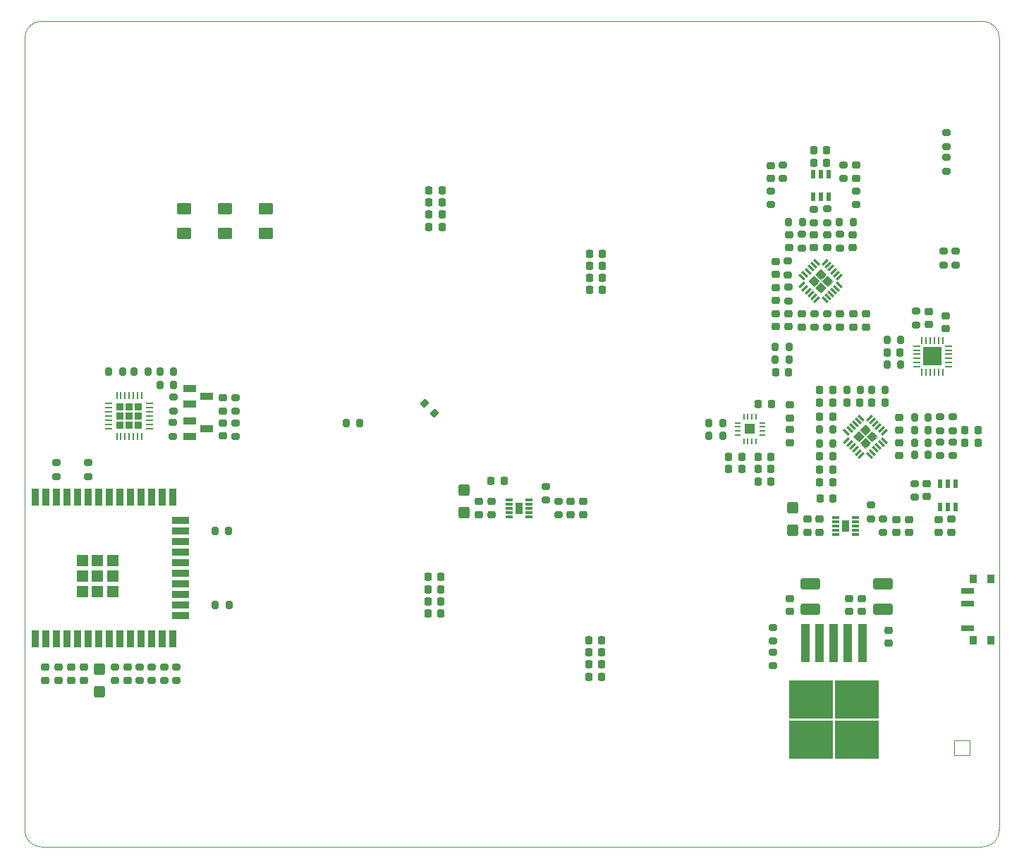
<source format=gbr>
%TF.GenerationSoftware,KiCad,Pcbnew,(6.0.10)*%
%TF.CreationDate,2023-12-11T16:59:24-05:00*%
%TF.ProjectId,Ultrasonic Sound Steering - Control Rev. A,556c7472-6173-46f6-9e69-6320536f756e,rev?*%
%TF.SameCoordinates,Original*%
%TF.FileFunction,Paste,Top*%
%TF.FilePolarity,Positive*%
%FSLAX46Y46*%
G04 Gerber Fmt 4.6, Leading zero omitted, Abs format (unit mm)*
G04 Created by KiCad (PCBNEW (6.0.10)) date 2023-12-11 16:59:24*
%MOMM*%
%LPD*%
G01*
G04 APERTURE LIST*
G04 Aperture macros list*
%AMRoundRect*
0 Rectangle with rounded corners*
0 $1 Rounding radius*
0 $2 $3 $4 $5 $6 $7 $8 $9 X,Y pos of 4 corners*
0 Add a 4 corners polygon primitive as box body*
4,1,4,$2,$3,$4,$5,$6,$7,$8,$9,$2,$3,0*
0 Add four circle primitives for the rounded corners*
1,1,$1+$1,$2,$3*
1,1,$1+$1,$4,$5*
1,1,$1+$1,$6,$7*
1,1,$1+$1,$8,$9*
0 Add four rect primitives between the rounded corners*
20,1,$1+$1,$2,$3,$4,$5,0*
20,1,$1+$1,$4,$5,$6,$7,0*
20,1,$1+$1,$6,$7,$8,$9,0*
20,1,$1+$1,$8,$9,$2,$3,0*%
G04 Aperture macros list end*
%TA.AperFunction,Profile*%
%ADD10C,0.100000*%
%TD*%
%ADD11C,0.010000*%
%TA.AperFunction,Profile*%
%ADD12C,0.010000*%
%TD*%
%ADD13RoundRect,0.225000X0.225000X0.250000X-0.225000X0.250000X-0.225000X-0.250000X0.225000X-0.250000X0*%
%ADD14RoundRect,0.225000X0.250000X-0.225000X0.250000X0.225000X-0.250000X0.225000X-0.250000X-0.225000X0*%
%ADD15RoundRect,0.225000X-0.225000X-0.250000X0.225000X-0.250000X0.225000X0.250000X-0.225000X0.250000X0*%
%ADD16RoundRect,0.200000X-0.275000X0.200000X-0.275000X-0.200000X0.275000X-0.200000X0.275000X0.200000X0*%
%ADD17RoundRect,0.200000X0.275000X-0.200000X0.275000X0.200000X-0.275000X0.200000X-0.275000X-0.200000X0*%
%ADD18RoundRect,0.008100X0.411900X0.126900X-0.411900X0.126900X-0.411900X-0.126900X0.411900X-0.126900X0*%
%ADD19RoundRect,0.225000X-0.250000X0.225000X-0.250000X-0.225000X0.250000X-0.225000X0.250000X0.225000X0*%
%ADD20RoundRect,0.200000X0.200000X0.275000X-0.200000X0.275000X-0.200000X-0.275000X0.200000X-0.275000X0*%
%ADD21RoundRect,0.250001X-0.624999X0.462499X-0.624999X-0.462499X0.624999X-0.462499X0.624999X0.462499X0*%
%ADD22RoundRect,0.250000X0.425000X-0.450000X0.425000X0.450000X-0.425000X0.450000X-0.425000X-0.450000X0*%
%ADD23RoundRect,0.200000X-0.200000X-0.275000X0.200000X-0.275000X0.200000X0.275000X-0.200000X0.275000X0*%
%ADD24RoundRect,0.225000X0.225000X0.225000X-0.225000X0.225000X-0.225000X-0.225000X0.225000X-0.225000X0*%
%ADD25RoundRect,0.062500X0.337500X0.062500X-0.337500X0.062500X-0.337500X-0.062500X0.337500X-0.062500X0*%
%ADD26RoundRect,0.062500X0.062500X0.337500X-0.062500X0.337500X-0.062500X-0.337500X0.062500X-0.337500X0*%
%ADD27R,1.498600X0.711200*%
%ADD28R,0.812800X0.990600*%
%ADD29RoundRect,0.002600X0.212132X0.392303X-0.392303X-0.212132X-0.212132X-0.392303X0.392303X0.212132X0*%
%ADD30RoundRect,0.002600X-0.392303X0.212132X0.212132X-0.392303X0.392303X-0.212132X-0.212132X0.392303X0*%
%ADD31RoundRect,0.002600X-0.212132X-0.392303X0.392303X0.212132X0.212132X0.392303X-0.392303X-0.212132X0*%
%ADD32RoundRect,0.002600X0.392303X-0.212132X-0.212132X0.392303X-0.392303X0.212132X0.212132X-0.392303X0*%
%ADD33RoundRect,0.250000X0.925000X-0.412500X0.925000X0.412500X-0.925000X0.412500X-0.925000X-0.412500X0*%
%ADD34R,0.900000X2.000000*%
%ADD35R,2.000000X0.900000*%
%ADD36R,1.330000X1.330000*%
%ADD37R,1.600200X0.863600*%
%ADD38R,0.254000X0.812800*%
%ADD39R,0.812800X0.254000*%
%ADD40R,2.260600X2.260600*%
%ADD41RoundRect,0.200000X0.335876X0.053033X0.053033X0.335876X-0.335876X-0.053033X-0.053033X-0.335876X0*%
%ADD42R,5.250000X4.550000*%
%ADD43R,1.100000X4.600000*%
%ADD44R,0.558800X0.977900*%
%ADD45R,0.254000X0.762000*%
%ADD46R,0.762000X0.254000*%
%ADD47R,1.193800X1.193800*%
%ADD48R,0.599999X1.000000*%
%ADD49RoundRect,0.250000X-0.425000X0.450000X-0.425000X-0.450000X0.425000X-0.450000X0.425000X0.450000X0*%
G04 APERTURE END LIST*
D10*
X159706350Y-26997214D02*
X272697922Y-26997214D01*
X157702100Y-124143000D02*
G75*
G03*
X159702136Y-126143000I2000100J100D01*
G01*
X274697886Y-28997214D02*
G75*
G03*
X272697922Y-26997214I-1999886J114D01*
G01*
X274697922Y-28997214D02*
X274697922Y-124138787D01*
X157702136Y-124143000D02*
X157706350Y-28997214D01*
X272697922Y-126138787D02*
X159702136Y-126143000D01*
X159706350Y-26997150D02*
G75*
G03*
X157706350Y-28997214I50J-2000050D01*
G01*
X272697922Y-126138722D02*
G75*
G03*
X274697922Y-124138787I78J1999922D01*
G01*
%TO.C,U7*%
G36*
X256594000Y-88222500D02*
G01*
X255836000Y-88222500D01*
X255836000Y-86957500D01*
X256594000Y-86957500D01*
X256594000Y-88222500D01*
G37*
D11*
X256594000Y-88222500D02*
X255836000Y-88222500D01*
X255836000Y-86957500D01*
X256594000Y-86957500D01*
X256594000Y-88222500D01*
%TO.C,U8*%
G36*
X217409000Y-86112500D02*
G01*
X216651000Y-86112500D01*
X216651000Y-84847500D01*
X217409000Y-84847500D01*
X217409000Y-86112500D01*
G37*
X217409000Y-86112500D02*
X216651000Y-86112500D01*
X216651000Y-84847500D01*
X217409000Y-84847500D01*
X217409000Y-86112500D01*
%TO.C,U3*%
G36*
X258448075Y-76868216D02*
G01*
X257825905Y-77490386D01*
X257202944Y-76867425D01*
X257825114Y-76245255D01*
X258448075Y-76868216D01*
G37*
X258448075Y-76868216D02*
X257825905Y-77490386D01*
X257202944Y-76867425D01*
X257825114Y-76245255D01*
X258448075Y-76868216D01*
G36*
X260033139Y-76867071D02*
G01*
X259409825Y-77490386D01*
X258787698Y-76868259D01*
X259411013Y-76244945D01*
X260033139Y-76867071D01*
G37*
X260033139Y-76867071D02*
X259409825Y-77490386D01*
X258787698Y-76868259D01*
X259411013Y-76244945D01*
X260033139Y-76867071D01*
G36*
X259240246Y-76076045D02*
G01*
X258617865Y-76698426D01*
X257995484Y-76076045D01*
X258617865Y-75453664D01*
X259240246Y-76076045D01*
G37*
X259240246Y-76076045D02*
X258617865Y-76698426D01*
X257995484Y-76076045D01*
X258617865Y-75453664D01*
X259240246Y-76076045D01*
G36*
X259240019Y-77660192D02*
G01*
X258617865Y-78282346D01*
X257995711Y-77660192D01*
X258617865Y-77038038D01*
X259240019Y-77660192D01*
G37*
X259240019Y-77660192D02*
X258617865Y-78282346D01*
X257995711Y-77660192D01*
X258617865Y-77038038D01*
X259240019Y-77660192D01*
%TO.C,U4*%
G36*
X253882254Y-58991960D02*
G01*
X253259293Y-59614921D01*
X252637123Y-58992751D01*
X253260084Y-58369790D01*
X253882254Y-58991960D01*
G37*
X253882254Y-58991960D02*
X253259293Y-59614921D01*
X252637123Y-58992751D01*
X253260084Y-58369790D01*
X253882254Y-58991960D01*
G36*
X253882254Y-57408040D02*
G01*
X253260127Y-58030167D01*
X252636813Y-57406852D01*
X253258939Y-56784726D01*
X253882254Y-57408040D01*
G37*
X253882254Y-57408040D02*
X253260127Y-58030167D01*
X252636813Y-57406852D01*
X253258939Y-56784726D01*
X253882254Y-57408040D01*
G36*
X254674214Y-58200000D02*
G01*
X254052060Y-58822154D01*
X253429906Y-58200000D01*
X254052060Y-57577846D01*
X254674214Y-58200000D01*
G37*
X254674214Y-58200000D02*
X254052060Y-58822154D01*
X253429906Y-58200000D01*
X254052060Y-57577846D01*
X254674214Y-58200000D01*
G36*
X253090294Y-58200000D02*
G01*
X252467913Y-58822381D01*
X251845532Y-58200000D01*
X252467913Y-57577619D01*
X253090294Y-58200000D01*
G37*
X253090294Y-58200000D02*
X252467913Y-58822381D01*
X251845532Y-58200000D01*
X252467913Y-57577619D01*
X253090294Y-58200000D01*
D12*
%TO.C,P13*%
X271110000Y-113350000D02*
X269310000Y-113350000D01*
X269310000Y-115150000D02*
X271110000Y-115150000D01*
X269310000Y-113350000D02*
X269310000Y-115150000D01*
X271110000Y-115150000D02*
X271110000Y-113350000D01*
%TD*%
D13*
%TO.C,C59*%
X247250000Y-82275000D03*
X245700000Y-82275000D03*
%TD*%
D14*
%TO.C,C105*%
X161712500Y-106130000D03*
X161712500Y-104580000D03*
%TD*%
D15*
%TO.C,C9*%
X252435000Y-43980000D03*
X253985000Y-43980000D03*
%TD*%
D16*
%TO.C,R1*%
X269470000Y-54623500D03*
X269470000Y-56273500D03*
%TD*%
D15*
%TO.C,C2*%
X261244466Y-66795000D03*
X262794466Y-66795000D03*
%TD*%
D16*
%TO.C,R26*%
X255560000Y-52575000D03*
X255560000Y-54225000D03*
%TD*%
D13*
%TO.C,C14*%
X272137200Y-76104466D03*
X270587200Y-76104466D03*
%TD*%
D17*
%TO.C,R7*%
X248715000Y-45905000D03*
X248715000Y-44255000D03*
%TD*%
D16*
%TO.C,R25*%
X250960000Y-52600000D03*
X250960000Y-54250000D03*
%TD*%
D18*
%TO.C,U7*%
X257410000Y-88590000D03*
X257410000Y-88090000D03*
X257410000Y-87590000D03*
X257410000Y-87090000D03*
X257410000Y-86590000D03*
X255020000Y-86590000D03*
X255020000Y-87090000D03*
X255020000Y-87590000D03*
X255020000Y-88090000D03*
X255020000Y-88590000D03*
%TD*%
D13*
%TO.C,C109*%
X207635000Y-95190000D03*
X206085000Y-95190000D03*
%TD*%
D19*
%TO.C,C84*%
X224760000Y-84690000D03*
X224760000Y-86240000D03*
%TD*%
%TO.C,C76*%
X258225000Y-96295000D03*
X258225000Y-97845000D03*
%TD*%
D16*
%TO.C,R48*%
X221750000Y-84630000D03*
X221750000Y-86280000D03*
%TD*%
D20*
%TO.C,R66*%
X172485000Y-69110000D03*
X170835000Y-69110000D03*
%TD*%
D13*
%TO.C,C25*%
X254685000Y-80872500D03*
X253135000Y-80872500D03*
%TD*%
D21*
%TO.C,D3*%
X176840000Y-49505000D03*
X176840000Y-52480000D03*
%TD*%
D16*
%TO.C,R47*%
X259305000Y-85110000D03*
X259305000Y-86760000D03*
%TD*%
D22*
%TO.C,C68*%
X210427500Y-85980000D03*
X210427500Y-83280000D03*
%TD*%
D14*
%TO.C,C123*%
X160182500Y-106120000D03*
X160182500Y-104570000D03*
%TD*%
D15*
%TO.C,C65*%
X242225000Y-79275000D03*
X243775000Y-79275000D03*
%TD*%
D19*
%TO.C,C83*%
X263840000Y-86815000D03*
X263840000Y-88365000D03*
%TD*%
D15*
%TO.C,C120*%
X225410000Y-102770000D03*
X226960000Y-102770000D03*
%TD*%
D13*
%TO.C,C121*%
X207785000Y-47310000D03*
X206235000Y-47310000D03*
%TD*%
D19*
%TO.C,C81*%
X223260000Y-84690000D03*
X223260000Y-86240000D03*
%TD*%
D14*
%TO.C,C21*%
X262650000Y-79137500D03*
X262650000Y-77587500D03*
%TD*%
D15*
%TO.C,C130*%
X225410000Y-104230000D03*
X226960000Y-104230000D03*
%TD*%
D14*
%TO.C,C19*%
X254060000Y-54175000D03*
X254060000Y-52625000D03*
%TD*%
%TO.C,C87*%
X268900000Y-88355000D03*
X268900000Y-86805000D03*
%TD*%
D20*
%TO.C,R21*%
X266150000Y-79100000D03*
X264500000Y-79100000D03*
%TD*%
D17*
%TO.C,R10*%
X247234769Y-49006709D03*
X247234769Y-47356709D03*
%TD*%
D23*
%TO.C,R64*%
X173915000Y-70660000D03*
X175565000Y-70660000D03*
%TD*%
D15*
%TO.C,C131*%
X225410000Y-101310000D03*
X226960000Y-101310000D03*
%TD*%
D13*
%TO.C,C58*%
X247250000Y-80775000D03*
X245700000Y-80775000D03*
%TD*%
D19*
%TO.C,C45*%
X247853005Y-62132929D03*
X247853005Y-63682929D03*
%TD*%
%TO.C,C3*%
X266210000Y-61860000D03*
X266210000Y-63410000D03*
%TD*%
D17*
%TO.C,R5*%
X264710000Y-63460000D03*
X264710000Y-61810000D03*
%TD*%
D23*
%TO.C,R82*%
X180535000Y-88210000D03*
X182185000Y-88210000D03*
%TD*%
D13*
%TO.C,C107*%
X207640000Y-98110000D03*
X206090000Y-98110000D03*
%TD*%
D19*
%TO.C,C44*%
X249524738Y-76045262D03*
X249524738Y-77595262D03*
%TD*%
D13*
%TO.C,C55*%
X247325000Y-73000000D03*
X245775000Y-73000000D03*
%TD*%
D14*
%TO.C,C38*%
X247840000Y-60555000D03*
X247840000Y-59005000D03*
%TD*%
D19*
%TO.C,C95*%
X181480000Y-72225000D03*
X181480000Y-73775000D03*
%TD*%
D20*
%TO.C,R41*%
X241500000Y-76804300D03*
X239850000Y-76804300D03*
%TD*%
D24*
%TO.C,U17*%
X169120000Y-74390000D03*
X170240000Y-73270000D03*
X170240000Y-74390000D03*
X171360000Y-75510000D03*
X171360000Y-73270000D03*
X170240000Y-75510000D03*
X171360000Y-74390000D03*
X169120000Y-75510000D03*
X169120000Y-73270000D03*
D25*
X172690000Y-75890000D03*
X172690000Y-75390000D03*
X172690000Y-74890000D03*
X172690000Y-74390000D03*
X172690000Y-73890000D03*
X172690000Y-73390000D03*
X172690000Y-72890000D03*
D26*
X171740000Y-71940000D03*
X171240000Y-71940000D03*
X170740000Y-71940000D03*
X170240000Y-71940000D03*
X169740000Y-71940000D03*
X169240000Y-71940000D03*
X168740000Y-71940000D03*
D25*
X167790000Y-72890000D03*
X167790000Y-73390000D03*
X167790000Y-73890000D03*
X167790000Y-74390000D03*
X167790000Y-74890000D03*
X167790000Y-75390000D03*
X167790000Y-75890000D03*
D26*
X168740000Y-76840000D03*
X169240000Y-76840000D03*
X169740000Y-76840000D03*
X170240000Y-76840000D03*
X170740000Y-76840000D03*
X171240000Y-76840000D03*
X171740000Y-76840000D03*
%TD*%
D16*
%TO.C,R46*%
X260765000Y-86765000D03*
X260765000Y-88415000D03*
%TD*%
D15*
%TO.C,C102*%
X225510000Y-56380000D03*
X227060000Y-56380000D03*
%TD*%
D17*
%TO.C,R15*%
X267600000Y-76175000D03*
X267600000Y-74525000D03*
%TD*%
D20*
%TO.C,R22*%
X266150000Y-74600000D03*
X264500000Y-74600000D03*
%TD*%
D13*
%TO.C,C126*%
X207785000Y-48770000D03*
X206235000Y-48770000D03*
%TD*%
D19*
%TO.C,C86*%
X249557500Y-96295000D03*
X249557500Y-97845000D03*
%TD*%
D20*
%TO.C,R19*%
X266150000Y-76100000D03*
X264500000Y-76100000D03*
%TD*%
D19*
%TO.C,C48*%
X249532142Y-73087858D03*
X249532142Y-74637858D03*
%TD*%
D17*
%TO.C,R87*%
X268360000Y-45010000D03*
X268360000Y-43360000D03*
%TD*%
D20*
%TO.C,R20*%
X266150000Y-77600000D03*
X264500000Y-77600000D03*
%TD*%
D16*
%TO.C,R33*%
X249330000Y-55805000D03*
X249330000Y-57455000D03*
%TD*%
D17*
%TO.C,R13*%
X269100534Y-76170534D03*
X269100534Y-74520534D03*
%TD*%
D15*
%TO.C,C100*%
X225505000Y-54920000D03*
X227055000Y-54920000D03*
%TD*%
%TO.C,C101*%
X225510000Y-57830000D03*
X227060000Y-57830000D03*
%TD*%
D13*
%TO.C,C39*%
X254680000Y-72812500D03*
X253130000Y-72812500D03*
%TD*%
D19*
%TO.C,C80*%
X262305000Y-86810000D03*
X262305000Y-88360000D03*
%TD*%
D16*
%TO.C,R78*%
X174410000Y-104525000D03*
X174410000Y-106175000D03*
%TD*%
D19*
%TO.C,C12*%
X268240000Y-62360000D03*
X268240000Y-63910000D03*
%TD*%
D18*
%TO.C,U8*%
X218225000Y-86480000D03*
X218225000Y-85980000D03*
X218225000Y-85480000D03*
X218225000Y-84980000D03*
X218225000Y-84480000D03*
X215835000Y-84480000D03*
X215835000Y-84980000D03*
X215835000Y-85480000D03*
X215835000Y-85980000D03*
X215835000Y-86480000D03*
%TD*%
D27*
%TO.C,SW1*%
X270873100Y-99900001D03*
X270873100Y-96899999D03*
X270873100Y-95399999D03*
D28*
X271573101Y-101300000D03*
X271573101Y-94000000D03*
X273673100Y-101300000D03*
X273673100Y-94000000D03*
%TD*%
D13*
%TO.C,C56*%
X247250000Y-79275000D03*
X245700000Y-79275000D03*
%TD*%
D15*
%TO.C,C90*%
X247821875Y-69140000D03*
X249371875Y-69140000D03*
%TD*%
D17*
%TO.C,R2*%
X268360000Y-42050000D03*
X268360000Y-40400000D03*
%TD*%
D13*
%TO.C,C106*%
X207635000Y-96650000D03*
X206085000Y-96650000D03*
%TD*%
D15*
%TO.C,C34*%
X256420000Y-72812500D03*
X257970000Y-72812500D03*
%TD*%
D17*
%TO.C,R54*%
X264510000Y-84145000D03*
X264510000Y-82495000D03*
%TD*%
D23*
%TO.C,R65*%
X173915000Y-69110000D03*
X175565000Y-69110000D03*
%TD*%
D16*
%TO.C,R18*%
X252460000Y-49575000D03*
X252460000Y-51225000D03*
%TD*%
D17*
%TO.C,R60*%
X175510000Y-73805000D03*
X175510000Y-72155000D03*
%TD*%
D15*
%TO.C,C8*%
X252440000Y-42500000D03*
X253990000Y-42500000D03*
%TD*%
D20*
%TO.C,R31*%
X260990000Y-71312500D03*
X259340000Y-71312500D03*
%TD*%
D29*
%TO.C,U3*%
X260870000Y-76383764D03*
X260516447Y-76030210D03*
X260162893Y-75676657D03*
X259809340Y-75323104D03*
X259455787Y-74969550D03*
X259102233Y-74615997D03*
D30*
X258133497Y-74615997D03*
X257779943Y-74969550D03*
X257426390Y-75323104D03*
X257072837Y-75676657D03*
X256719283Y-76030210D03*
X256365730Y-76383764D03*
D31*
X256365730Y-77352500D03*
X256719283Y-77706054D03*
X257072837Y-78059607D03*
X257426390Y-78413160D03*
X257779943Y-78766714D03*
X258133497Y-79120267D03*
D32*
X259102233Y-79120267D03*
X259455787Y-78766714D03*
X259809340Y-78413160D03*
X260162893Y-78059607D03*
X260516447Y-77706054D03*
X260870000Y-77352500D03*
%TD*%
D33*
%TO.C,C85*%
X252037500Y-97640000D03*
X252037500Y-94565000D03*
%TD*%
D16*
%TO.C,R83*%
X175870000Y-104525000D03*
X175870000Y-106175000D03*
%TD*%
%TO.C,R49*%
X220250000Y-82860000D03*
X220250000Y-84510000D03*
%TD*%
D14*
%TO.C,C114*%
X170030000Y-106125000D03*
X170030000Y-104575000D03*
%TD*%
D19*
%TO.C,C71*%
X251640000Y-86805000D03*
X251640000Y-88355000D03*
%TD*%
D34*
%TO.C,U18*%
X158930000Y-101130000D03*
X160200000Y-101130000D03*
X161470000Y-101130000D03*
X162740000Y-101130000D03*
X164010000Y-101130000D03*
X165280000Y-101130000D03*
X166550000Y-101130000D03*
X167820000Y-101130000D03*
X169090000Y-101130000D03*
X170360000Y-101130000D03*
X171630000Y-101130000D03*
X172900000Y-101130000D03*
X174170000Y-101130000D03*
X175440000Y-101130000D03*
D35*
X176440000Y-98345000D03*
X176440000Y-97075000D03*
X176440000Y-95805000D03*
X176440000Y-94535000D03*
X176440000Y-93265000D03*
X176440000Y-91995000D03*
X176440000Y-90725000D03*
X176440000Y-89455000D03*
X176440000Y-88185000D03*
X176440000Y-86915000D03*
D34*
X175440000Y-84130000D03*
X174170000Y-84130000D03*
X172900000Y-84130000D03*
X171630000Y-84130000D03*
X170360000Y-84130000D03*
X169090000Y-84130000D03*
X167820000Y-84130000D03*
X166550000Y-84130000D03*
X165280000Y-84130000D03*
X164010000Y-84130000D03*
X162740000Y-84130000D03*
X161470000Y-84130000D03*
X160200000Y-84130000D03*
X158930000Y-84130000D03*
D36*
X164595000Y-95465000D03*
X164595000Y-93630000D03*
X164595000Y-91795000D03*
X166430000Y-95465000D03*
X166430000Y-93630000D03*
X166430000Y-91795000D03*
X168265000Y-95465000D03*
X168265000Y-93630000D03*
X168265000Y-91795000D03*
%TD*%
D13*
%TO.C,C47*%
X254695000Y-74520000D03*
X253145000Y-74520000D03*
%TD*%
D16*
%TO.C,R61*%
X183010000Y-72165000D03*
X183010000Y-73815000D03*
%TD*%
D15*
%TO.C,C119*%
X225410000Y-105690000D03*
X226960000Y-105690000D03*
%TD*%
D14*
%TO.C,C53*%
X255540000Y-63700000D03*
X255540000Y-62150000D03*
%TD*%
D19*
%TO.C,C7*%
X257480000Y-44285000D03*
X257480000Y-45835000D03*
%TD*%
D17*
%TO.C,R37*%
X254020000Y-63750000D03*
X254020000Y-62100000D03*
%TD*%
D37*
%TO.C,Q2*%
X177484500Y-74969999D03*
X177484500Y-76870001D03*
X179495500Y-75920000D03*
%TD*%
D38*
%TO.C,U1*%
X267914781Y-65339466D03*
X267414655Y-65339466D03*
X266914529Y-65339466D03*
X266414403Y-65339466D03*
X265914277Y-65339466D03*
X265414151Y-65339466D03*
D39*
X264759466Y-65994151D03*
X264759466Y-66494277D03*
X264759466Y-66994403D03*
X264759466Y-67494529D03*
X264759466Y-67994655D03*
X264759466Y-68494781D03*
D38*
X265414151Y-69149466D03*
X265914277Y-69149466D03*
X266414403Y-69149466D03*
X266914529Y-69149466D03*
X267414655Y-69149466D03*
X267914781Y-69149466D03*
D39*
X268569466Y-68494781D03*
X268569466Y-67994655D03*
X268569466Y-67494529D03*
X268569466Y-66994403D03*
X268569466Y-66494277D03*
X268569466Y-65994151D03*
D40*
X266664466Y-67244466D03*
%TD*%
D15*
%TO.C,C103*%
X225510000Y-59290000D03*
X227060000Y-59290000D03*
%TD*%
%TO.C,C33*%
X259395000Y-72812500D03*
X260945000Y-72812500D03*
%TD*%
D17*
%TO.C,R38*%
X252510000Y-63745000D03*
X252510000Y-62095000D03*
%TD*%
D23*
%TO.C,R85*%
X196285000Y-75250000D03*
X197935000Y-75250000D03*
%TD*%
D17*
%TO.C,R53*%
X247500000Y-104405000D03*
X247500000Y-102755000D03*
%TD*%
D23*
%TO.C,R36*%
X253095000Y-76020000D03*
X254745000Y-76020000D03*
%TD*%
D13*
%TO.C,C15*%
X272137200Y-77604466D03*
X270587200Y-77604466D03*
%TD*%
D15*
%TO.C,C46*%
X253145000Y-79220000D03*
X254695000Y-79220000D03*
%TD*%
D20*
%TO.C,R24*%
X251035000Y-51150000D03*
X249385000Y-51150000D03*
%TD*%
D30*
%TO.C,U4*%
X252775632Y-55947865D03*
X252422078Y-56301418D03*
X252068525Y-56654972D03*
X251714972Y-57008525D03*
X251361418Y-57362078D03*
X251007865Y-57715632D03*
D31*
X251007865Y-58684368D03*
X251361418Y-59037922D03*
X251714972Y-59391475D03*
X252068525Y-59745028D03*
X252422078Y-60098582D03*
X252775632Y-60452135D03*
D32*
X253744368Y-60452135D03*
X254097922Y-60098582D03*
X254451475Y-59745028D03*
X254805028Y-59391475D03*
X255158582Y-59037922D03*
X255512135Y-58684368D03*
D29*
X255512135Y-57715632D03*
X255158582Y-57362078D03*
X254805028Y-57008525D03*
X254451475Y-56654972D03*
X254097922Y-56301418D03*
X253744368Y-55947865D03*
%TD*%
D17*
%TO.C,R81*%
X161470000Y-81665000D03*
X161470000Y-80015000D03*
%TD*%
D23*
%TO.C,R84*%
X180565000Y-97080000D03*
X182215000Y-97080000D03*
%TD*%
D17*
%TO.C,R86*%
X165280000Y-81655000D03*
X165280000Y-80005000D03*
%TD*%
D13*
%TO.C,C128*%
X207785000Y-50230000D03*
X206235000Y-50230000D03*
%TD*%
D22*
%TO.C,C67*%
X249860000Y-88120000D03*
X249860000Y-85420000D03*
%TD*%
D14*
%TO.C,C125*%
X163240000Y-106125000D03*
X163240000Y-104575000D03*
%TD*%
D19*
%TO.C,C29*%
X257190000Y-62150000D03*
X257190000Y-63700000D03*
%TD*%
D41*
%TO.C,R80*%
X206843363Y-74073363D03*
X205676637Y-72906637D03*
%TD*%
D16*
%TO.C,R34*%
X249340000Y-58950000D03*
X249340000Y-60600000D03*
%TD*%
D17*
%TO.C,R9*%
X255985231Y-45890000D03*
X255985231Y-44240000D03*
%TD*%
%TO.C,R3*%
X267970000Y-56273500D03*
X267970000Y-54623500D03*
%TD*%
D21*
%TO.C,D8*%
X186671000Y-49490001D03*
X186671000Y-52465001D03*
%TD*%
D42*
%TO.C,U9*%
X252060000Y-113250000D03*
X257610000Y-108400000D03*
X252060000Y-108400000D03*
X257610000Y-113250000D03*
D43*
X258235000Y-101675000D03*
X256535000Y-101675000D03*
X254835000Y-101675000D03*
X253135000Y-101675000D03*
X251435000Y-101675000D03*
%TD*%
D19*
%TO.C,C94*%
X181480000Y-75255000D03*
X181480000Y-76805000D03*
%TD*%
D33*
%TO.C,C79*%
X260720000Y-97635000D03*
X260720000Y-94560000D03*
%TD*%
D44*
%TO.C,U2*%
X254210002Y-45375000D03*
X253260001Y-45375000D03*
X252310000Y-45375000D03*
X252310000Y-48105500D03*
X253260001Y-48105500D03*
X254210002Y-48105500D03*
%TD*%
D19*
%TO.C,C5*%
X247234769Y-44306709D03*
X247234769Y-45856709D03*
%TD*%
D21*
%TO.C,D9*%
X181761000Y-49492501D03*
X181761000Y-52467501D03*
%TD*%
D16*
%TO.C,R79*%
X172950000Y-104525000D03*
X172950000Y-106175000D03*
%TD*%
D19*
%TO.C,C24*%
X249460000Y-52650000D03*
X249460000Y-54200000D03*
%TD*%
%TO.C,C43*%
X249365000Y-62130000D03*
X249365000Y-63680000D03*
%TD*%
D23*
%TO.C,R35*%
X253095000Y-77720000D03*
X254745000Y-77720000D03*
%TD*%
D19*
%TO.C,C32*%
X258679999Y-62150000D03*
X258679999Y-63700000D03*
%TD*%
D15*
%TO.C,C74*%
X213690000Y-82230000D03*
X215240000Y-82230000D03*
%TD*%
D45*
%TO.C,U5*%
X244009999Y-77436400D03*
X244510000Y-77436400D03*
X245010000Y-77436400D03*
X245510001Y-77436400D03*
D46*
X246233200Y-76713201D03*
X246233200Y-76213200D03*
X246233200Y-75713200D03*
X246233200Y-75213199D03*
D45*
X245510001Y-74490000D03*
X245010000Y-74490000D03*
X244510000Y-74490000D03*
X244009999Y-74490000D03*
D46*
X243286800Y-75213199D03*
X243286800Y-75713200D03*
X243286800Y-76213200D03*
X243286800Y-76713201D03*
D47*
X244760000Y-75963200D03*
%TD*%
D19*
%TO.C,C75*%
X261440000Y-100145000D03*
X261440000Y-101695000D03*
%TD*%
D16*
%TO.C,R62*%
X183010000Y-75210000D03*
X183010000Y-76860000D03*
%TD*%
D20*
%TO.C,R67*%
X169435000Y-69110000D03*
X167785000Y-69110000D03*
%TD*%
D17*
%TO.C,R11*%
X257475231Y-49015000D03*
X257475231Y-47365000D03*
%TD*%
D14*
%TO.C,C22*%
X262650000Y-76137500D03*
X262650000Y-74587500D03*
%TD*%
D19*
%TO.C,C69*%
X253140000Y-86805000D03*
X253140000Y-88355000D03*
%TD*%
D20*
%TO.C,R42*%
X241500000Y-75254300D03*
X239850000Y-75254300D03*
%TD*%
D17*
%TO.C,R14*%
X269100000Y-79175000D03*
X269100000Y-77525000D03*
%TD*%
D14*
%TO.C,C88*%
X267430000Y-88360313D03*
X267430000Y-86810313D03*
%TD*%
D15*
%TO.C,C64*%
X242225000Y-80775000D03*
X243775000Y-80775000D03*
%TD*%
D37*
%TO.C,Q1*%
X177494500Y-71099999D03*
X177494500Y-73000001D03*
X179505500Y-72050000D03*
%TD*%
D23*
%TO.C,R57*%
X247780000Y-66080000D03*
X249430000Y-66080000D03*
%TD*%
D16*
%TO.C,R16*%
X267600000Y-77529466D03*
X267600000Y-79179466D03*
%TD*%
D17*
%TO.C,R52*%
X247490000Y-101445000D03*
X247490000Y-99795000D03*
%TD*%
D23*
%TO.C,R56*%
X247781874Y-67610000D03*
X249431874Y-67610000D03*
%TD*%
D14*
%TO.C,C37*%
X247840000Y-57401709D03*
X247840000Y-55851709D03*
%TD*%
D17*
%TO.C,R72*%
X168490000Y-106175000D03*
X168490000Y-104525000D03*
%TD*%
D23*
%TO.C,R23*%
X255485000Y-51125000D03*
X257135000Y-51125000D03*
%TD*%
D20*
%TO.C,R32*%
X258020000Y-71312500D03*
X256370000Y-71312500D03*
%TD*%
D15*
%TO.C,C73*%
X253150000Y-84330000D03*
X254700000Y-84330000D03*
%TD*%
D16*
%TO.C,R77*%
X171490000Y-104525000D03*
X171490000Y-106175000D03*
%TD*%
D14*
%TO.C,C89*%
X265970000Y-84095000D03*
X265970000Y-82545000D03*
%TD*%
%TO.C,C127*%
X164770000Y-106125000D03*
X164770000Y-104575000D03*
%TD*%
D23*
%TO.C,R4*%
X261194466Y-65295000D03*
X262844466Y-65295000D03*
%TD*%
D48*
%TO.C,U10*%
X269460001Y-82569685D03*
X268510000Y-82569685D03*
X267560002Y-82569685D03*
X267560002Y-85319685D03*
X268510000Y-85319685D03*
X269460001Y-85319685D03*
%TD*%
D19*
%TO.C,C70*%
X213705000Y-84680000D03*
X213705000Y-86230000D03*
%TD*%
D14*
%TO.C,C23*%
X257060000Y-54175000D03*
X257060000Y-52625000D03*
%TD*%
D16*
%TO.C,R17*%
X254060000Y-49550000D03*
X254060000Y-51200000D03*
%TD*%
D19*
%TO.C,C54*%
X251000000Y-62145000D03*
X251000000Y-63695000D03*
%TD*%
D13*
%TO.C,C28*%
X254690000Y-82342500D03*
X253140000Y-82342500D03*
%TD*%
D19*
%TO.C,C72*%
X212215000Y-84680000D03*
X212215000Y-86230000D03*
%TD*%
D23*
%TO.C,R8*%
X261195000Y-68260000D03*
X262845000Y-68260000D03*
%TD*%
D13*
%TO.C,C108*%
X207635000Y-93730000D03*
X206085000Y-93730000D03*
%TD*%
%TO.C,C42*%
X254680000Y-71312500D03*
X253130000Y-71312500D03*
%TD*%
D19*
%TO.C,C20*%
X252460000Y-52650000D03*
X252460000Y-54200000D03*
%TD*%
D13*
%TO.C,C122*%
X207785000Y-51690000D03*
X206235000Y-51690000D03*
%TD*%
D17*
%TO.C,R59*%
X175500000Y-76845000D03*
X175500000Y-75195000D03*
%TD*%
D19*
%TO.C,C82*%
X256625000Y-96295000D03*
X256625000Y-97845000D03*
%TD*%
D49*
%TO.C,C129*%
X166630000Y-104820000D03*
X166630000Y-107520000D03*
%TD*%
M02*

</source>
